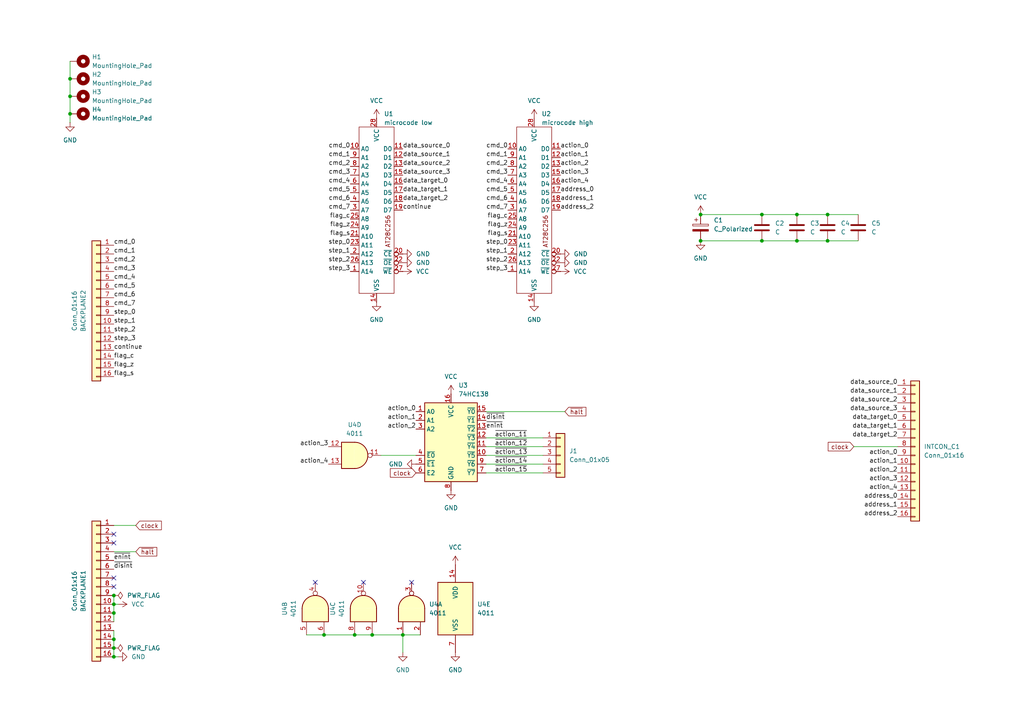
<source format=kicad_sch>
(kicad_sch (version 20250114) (generator "eeschema") (generator_version "9.0")
  (paper "A4")
  (title_block (title "PC-XX TEMPLATE") (rev "A"))
  (lib_symbols
    (symbol "4xxx:4011" (pin_names (offset 1.016))
      (property "Reference" "U" (at 0 1.27 0))
      (property "Value" "4011" (at 0 -1.27 0))
      (symbol "4011_1_1"
        (arc (start 0 3.81) (mid 3.7934 0) (end 0 -3.81) (stroke (width 0.254)) (fill (type background)))
        (polyline (pts (xy 0 3.81) (xy -3.81 3.81) (xy -3.81 -3.81) (xy 0 -3.81)) (stroke (width 0.254)) (fill (type background)))
        (pin input line (at -7.62 2.54 0) (length 3.81) (name "~") (number "1"))
        (pin input line (at -7.62 -2.54 0) (length 3.81) (name "~") (number "2"))
        (pin output inverted (at 7.62 0 180) (length 3.81) (name "~") (number "3"))
      )
      (symbol "4011_1_2"
        (arc (start -3.81 3.81) (mid -2.589 0) (end -3.81 -3.81) (stroke (width 0.254)))
        (polyline (pts (xy -3.81 3.81) (xy -0.635 3.81)) (stroke (width 0.254)) (fill (type background)))
        (polyline (pts (xy -3.81 -3.81) (xy -0.635 -3.81)) (stroke (width 0.254)) (fill (type background)))
        (arc (start 3.81 0) (mid 2.1855 -2.584) (end -0.6096 -3.81) (stroke (width 0.254)) (fill (type background)))
        (arc (start -0.6096 3.81) (mid 2.1928 2.5924) (end 3.81 0) (stroke (width 0.254)) (fill (type background)))
        (polyline (pts (xy -0.635 3.81) (xy -3.81 3.81) (xy -3.81 3.81) (xy -3.556 3.4036) (xy -3.0226 2.2606) (xy -2.6924 1.0414) (xy -2.6162 -0.254) (xy -2.7686 -1.4986) (xy -3.175 -2.7178) (xy -3.81 -3.81) (xy -3.81 -3.81) (xy -0.635 -3.81)) (stroke (width -25.4)) (fill (type background)))
        (pin input inverted (at -7.62 2.54 0) (length 4.318) (name "~") (number "1"))
        (pin input inverted (at -7.62 -2.54 0) (length 4.318) (name "~") (number "2"))
        (pin output line (at 7.62 0 180) (length 3.81) (name "~") (number "3"))
      )
      (symbol "4011_2_1"
        (arc (start 0 3.81) (mid 3.7934 0) (end 0 -3.81) (stroke (width 0.254)) (fill (type background)))
        (polyline (pts (xy 0 3.81) (xy -3.81 3.81) (xy -3.81 -3.81) (xy 0 -3.81)) (stroke (width 0.254)) (fill (type background)))
        (pin input line (at -7.62 2.54 0) (length 3.81) (name "~") (number "5"))
        (pin input line (at -7.62 -2.54 0) (length 3.81) (name "~") (number "6"))
        (pin output inverted (at 7.62 0 180) (length 3.81) (name "~") (number "4"))
      )
      (symbol "4011_2_2"
        (arc (start -3.81 3.81) (mid -2.589 0) (end -3.81 -3.81) (stroke (width 0.254)))
        (polyline (pts (xy -3.81 3.81) (xy -0.635 3.81)) (stroke (width 0.254)) (fill (type background)))
        (polyline (pts (xy -3.81 -3.81) (xy -0.635 -3.81)) (stroke (width 0.254)) (fill (type background)))
        (arc (start 3.81 0) (mid 2.1855 -2.584) (end -0.6096 -3.81) (stroke (width 0.254)) (fill (type background)))
        (arc (start -0.6096 3.81) (mid 2.1928 2.5924) (end 3.81 0) (stroke (width 0.254)) (fill (type background)))
        (polyline (pts (xy -0.635 3.81) (xy -3.81 3.81) (xy -3.81 3.81) (xy -3.556 3.4036) (xy -3.0226 2.2606) (xy -2.6924 1.0414) (xy -2.6162 -0.254) (xy -2.7686 -1.4986) (xy -3.175 -2.7178) (xy -3.81 -3.81) (xy -3.81 -3.81) (xy -0.635 -3.81)) (stroke (width -25.4)) (fill (type background)))
        (pin input inverted (at -7.62 2.54 0) (length 4.318) (name "~") (number "5"))
        (pin input inverted (at -7.62 -2.54 0) (length 4.318) (name "~") (number "6"))
        (pin output line (at 7.62 0 180) (length 3.81) (name "~") (number "4"))
      )
      (symbol "4011_3_1"
        (arc (start 0 3.81) (mid 3.7934 0) (end 0 -3.81) (stroke (width 0.254)) (fill (type background)))
        (polyline (pts (xy 0 3.81) (xy -3.81 3.81) (xy -3.81 -3.81) (xy 0 -3.81)) (stroke (width 0.254)) (fill (type background)))
        (pin input line (at -7.62 2.54 0) (length 3.81) (name "~") (number "8"))
        (pin input line (at -7.62 -2.54 0) (length 3.81) (name "~") (number "9"))
        (pin output inverted (at 7.62 0 180) (length 3.81) (name "~") (number "10"))
      )
      (symbol "4011_3_2"
        (arc (start -3.81 3.81) (mid -2.589 0) (end -3.81 -3.81) (stroke (width 0.254)))
        (polyline (pts (xy -3.81 3.81) (xy -0.635 3.81)) (stroke (width 0.254)) (fill (type background)))
        (polyline (pts (xy -3.81 -3.81) (xy -0.635 -3.81)) (stroke (width 0.254)) (fill (type background)))
        (arc (start 3.81 0) (mid 2.1855 -2.584) (end -0.6096 -3.81) (stroke (width 0.254)) (fill (type background)))
        (arc (start -0.6096 3.81) (mid 2.1928 2.5924) (end 3.81 0) (stroke (width 0.254)) (fill (type background)))
        (polyline (pts (xy -0.635 3.81) (xy -3.81 3.81) (xy -3.81 3.81) (xy -3.556 3.4036) (xy -3.0226 2.2606) (xy -2.6924 1.0414) (xy -2.6162 -0.254) (xy -2.7686 -1.4986) (xy -3.175 -2.7178) (xy -3.81 -3.81) (xy -3.81 -3.81) (xy -0.635 -3.81)) (stroke (width -25.4)) (fill (type background)))
        (pin input inverted (at -7.62 2.54 0) (length 4.318) (name "~") (number "8"))
        (pin input inverted (at -7.62 -2.54 0) (length 4.318) (name "~") (number "9"))
        (pin output line (at 7.62 0 180) (length 3.81) (name "~") (number "10"))
      )
      (symbol "4011_4_1"
        (arc (start 0 3.81) (mid 3.7934 0) (end 0 -3.81) (stroke (width 0.254)) (fill (type background)))
        (polyline (pts (xy 0 3.81) (xy -3.81 3.81) (xy -3.81 -3.81) (xy 0 -3.81)) (stroke (width 0.254)) (fill (type background)))
        (pin input line (at -7.62 2.54 0) (length 3.81) (name "~") (number "12"))
        (pin input line (at -7.62 -2.54 0) (length 3.81) (name "~") (number "13"))
        (pin output inverted (at 7.62 0 180) (length 3.81) (name "~") (number "11"))
      )
      (symbol "4011_4_2"
        (arc (start -3.81 3.81) (mid -2.589 0) (end -3.81 -3.81) (stroke (width 0.254)))
        (polyline (pts (xy -3.81 3.81) (xy -0.635 3.81)) (stroke (width 0.254)) (fill (type background)))
        (polyline (pts (xy -3.81 -3.81) (xy -0.635 -3.81)) (stroke (width 0.254)) (fill (type background)))
        (arc (start 3.81 0) (mid 2.1855 -2.584) (end -0.6096 -3.81) (stroke (width 0.254)) (fill (type background)))
        (arc (start -0.6096 3.81) (mid 2.1928 2.5924) (end 3.81 0) (stroke (width 0.254)) (fill (type background)))
        (polyline (pts (xy -0.635 3.81) (xy -3.81 3.81) (xy -3.81 3.81) (xy -3.556 3.4036) (xy -3.0226 2.2606) (xy -2.6924 1.0414) (xy -2.6162 -0.254) (xy -2.7686 -1.4986) (xy -3.175 -2.7178) (xy -3.81 -3.81) (xy -3.81 -3.81) (xy -0.635 -3.81)) (stroke (width -25.4)) (fill (type background)))
        (pin input inverted (at -7.62 2.54 0) (length 4.318) (name "~") (number "12"))
        (pin input inverted (at -7.62 -2.54 0) (length 4.318) (name "~") (number "13"))
        (pin output line (at 7.62 0 180) (length 3.81) (name "~") (number "11"))
      )
      (symbol "4011_5_0"
        (pin power_in line (at 0 12.7 270) (length 5.08) (name "VDD") (number "14"))
        (pin power_in line (at 0 -12.7 90) (length 5.08) (name "VSS") (number "7"))
      )
      (symbol "4011_5_1"
        (rectangle (start -5.08 7.62) (end 5.08 -7.62) (stroke (width 0.254)) (fill (type background)))
      )
    )
    (symbol "74xx:74HC138"
      (property "Reference" "U" (at -7.62 13.97 0))
      (property "Value" "74HC138" (at 2.54 -11.43 0))
      (symbol "74HC138_0_1"
        (rectangle (start -7.62 12.7) (end 7.62 -10.16) (stroke (width 0.254)) (fill (type background)))
      )
      (symbol "74HC138_1_1"
        (pin input line (at -10.16 10.16 0) (length 2.54) (name "A0") (number "1"))
        (pin input line (at -10.16 7.62 0) (length 2.54) (name "A1") (number "2"))
        (pin input line (at -10.16 5.08 0) (length 2.54) (name "A2") (number "3"))
        (pin input line (at -10.16 -2.54 0) (length 2.54) (name "~{E0}") (number "4"))
        (pin input line (at -10.16 -5.08 0) (length 2.54) (name "~{E1}") (number "5"))
        (pin input line (at -10.16 -7.62 0) (length 2.54) (name "E2") (number "6"))
        (pin power_in line (at 0 15.24 270) (length 2.54) (name "VCC") (number "16"))
        (pin power_in line (at 0 -12.7 90) (length 2.54) (name "GND") (number "8"))
        (pin output line (at 10.16 10.16 180) (length 2.54) (name "~{Y0}") (number "15"))
        (pin output line (at 10.16 7.62 180) (length 2.54) (name "~{Y1}") (number "14"))
        (pin output line (at 10.16 5.08 180) (length 2.54) (name "~{Y2}") (number "13"))
        (pin output line (at 10.16 2.54 180) (length 2.54) (name "~{Y3}") (number "12"))
        (pin output line (at 10.16 0 180) (length 2.54) (name "~{Y4}") (number "11"))
        (pin output line (at 10.16 -2.54 180) (length 2.54) (name "~{Y5}") (number "10"))
        (pin output line (at 10.16 -5.08 180) (length 2.54) (name "~{Y6}") (number "9"))
        (pin output line (at 10.16 -7.62 180) (length 2.54) (name "~{Y7}") (number "7"))
      )
    )
    (symbol "Connector_Generic:Conn_01x05" (pin_names (offset 1.016) (hide yes))
      (property "Reference" "J" (at 0 7.62 0))
      (property "Value" "Conn_01x05" (at 0 -7.62 0))
      (symbol "Conn_01x05_1_1"
        (rectangle (start -1.27 6.35) (end 1.27 -6.35) (stroke (width 0.254)) (fill (type background)))
        (rectangle (start -1.27 5.207) (end 0 4.953) (stroke (width 0.1524)))
        (rectangle (start -1.27 2.667) (end 0 2.413) (stroke (width 0.1524)))
        (rectangle (start -1.27 0.127) (end 0 -0.127) (stroke (width 0.1524)))
        (rectangle (start -1.27 -2.413) (end 0 -2.667) (stroke (width 0.1524)))
        (rectangle (start -1.27 -4.953) (end 0 -5.207) (stroke (width 0.1524)))
        (pin passive line (at -5.08 5.08 0) (length 3.81) (name "Pin_1") (number "1"))
        (pin passive line (at -5.08 2.54 0) (length 3.81) (name "Pin_2") (number "2"))
        (pin passive line (at -5.08 0 0) (length 3.81) (name "Pin_3") (number "3"))
        (pin passive line (at -5.08 -2.54 0) (length 3.81) (name "Pin_4") (number "4"))
        (pin passive line (at -5.08 -5.08 0) (length 3.81) (name "Pin_5") (number "5"))
      )
    )
    (symbol "Connector_Generic:Conn_01x16" (pin_names (offset 1.016) (hide yes))
      (property "Reference" "J" (at 0 20.32 0))
      (property "Value" "Conn_01x16" (at 0 -22.86 0))
      (symbol "Conn_01x16_1_1"
        (rectangle (start -1.27 19.05) (end 1.27 -21.59) (stroke (width 0.254)) (fill (type background)))
        (rectangle (start -1.27 17.907) (end 0 17.653) (stroke (width 0.1524)))
        (rectangle (start -1.27 15.367) (end 0 15.113) (stroke (width 0.1524)))
        (rectangle (start -1.27 12.827) (end 0 12.573) (stroke (width 0.1524)))
        (rectangle (start -1.27 10.287) (end 0 10.033) (stroke (width 0.1524)))
        (rectangle (start -1.27 7.747) (end 0 7.493) (stroke (width 0.1524)))
        (rectangle (start -1.27 5.207) (end 0 4.953) (stroke (width 0.1524)))
        (rectangle (start -1.27 2.667) (end 0 2.413) (stroke (width 0.1524)))
        (rectangle (start -1.27 0.127) (end 0 -0.127) (stroke (width 0.1524)))
        (rectangle (start -1.27 -2.413) (end 0 -2.667) (stroke (width 0.1524)))
        (rectangle (start -1.27 -4.953) (end 0 -5.207) (stroke (width 0.1524)))
        (rectangle (start -1.27 -7.493) (end 0 -7.747) (stroke (width 0.1524)))
        (rectangle (start -1.27 -10.033) (end 0 -10.287) (stroke (width 0.1524)))
        (rectangle (start -1.27 -12.573) (end 0 -12.827) (stroke (width 0.1524)))
        (rectangle (start -1.27 -15.113) (end 0 -15.367) (stroke (width 0.1524)))
        (rectangle (start -1.27 -17.653) (end 0 -17.907) (stroke (width 0.1524)))
        (rectangle (start -1.27 -20.193) (end 0 -20.447) (stroke (width 0.1524)))
        (pin passive line (at -5.08 17.78 0) (length 3.81) (name "Pin_1") (number "1"))
        (pin passive line (at -5.08 15.24 0) (length 3.81) (name "Pin_2") (number "2"))
        (pin passive line (at -5.08 12.7 0) (length 3.81) (name "Pin_3") (number "3"))
        (pin passive line (at -5.08 10.16 0) (length 3.81) (name "Pin_4") (number "4"))
        (pin passive line (at -5.08 7.62 0) (length 3.81) (name "Pin_5") (number "5"))
        (pin passive line (at -5.08 5.08 0) (length 3.81) (name "Pin_6") (number "6"))
        (pin passive line (at -5.08 2.54 0) (length 3.81) (name "Pin_7") (number "7"))
        (pin passive line (at -5.08 0 0) (length 3.81) (name "Pin_8") (number "8"))
        (pin passive line (at -5.08 -2.54 0) (length 3.81) (name "Pin_9") (number "9"))
        (pin passive line (at -5.08 -5.08 0) (length 3.81) (name "Pin_10") (number "10"))
        (pin passive line (at -5.08 -7.62 0) (length 3.81) (name "Pin_11") (number "11"))
        (pin passive line (at -5.08 -10.16 0) (length 3.81) (name "Pin_12") (number "12"))
        (pin passive line (at -5.08 -12.7 0) (length 3.81) (name "Pin_13") (number "13"))
        (pin passive line (at -5.08 -15.24 0) (length 3.81) (name "Pin_14") (number "14"))
        (pin passive line (at -5.08 -17.78 0) (length 3.81) (name "Pin_15") (number "15"))
        (pin passive line (at -5.08 -20.32 0) (length 3.81) (name "Pin_16") (number "16"))
      )
    )
    (symbol "Device:C" (pin_numbers (hide yes)) (pin_names (offset 0.254))
      (property "Reference" "C" (at 0.635 2.54 0))
      (property "Value" "C" (at 0.635 -2.54 0))
      (symbol "C_0_1"
        (polyline (pts (xy -2.032 0.762) (xy 2.032 0.762)) (stroke (width 0.508)))
        (polyline (pts (xy -2.032 -0.762) (xy 2.032 -0.762)) (stroke (width 0.508)))
      )
      (symbol "C_1_1"
        (pin passive line (at 0 3.81 270) (length 2.794) (name "~") (number "1"))
        (pin passive line (at 0 -3.81 90) (length 2.794) (name "~") (number "2"))
      )
    )
    (symbol "Device:C_Polarized" (pin_numbers (hide yes)) (pin_names (offset 0.254))
      (property "Reference" "C" (at 0.635 2.54 0))
      (property "Value" "C_Polarized" (at 0.635 -2.54 0))
      (symbol "C_Polarized_0_1"
        (rectangle (start -2.286 0.508) (end 2.286 1.016))
        (polyline (pts (xy -1.778 2.286) (xy -0.762 2.286)))
        (polyline (pts (xy -1.27 2.794) (xy -1.27 1.778)))
        (rectangle (start 2.286 -0.508) (end -2.286 -1.016) (fill (type outline)))
      )
      (symbol "C_Polarized_1_1"
        (pin passive line (at 0 3.81 270) (length 2.794) (name "~") (number "1"))
        (pin passive line (at 0 -3.81 90) (length 2.794) (name "~") (number "2"))
      )
    )
    (symbol "Mechanical:MountingHole_Pad" (pin_numbers (hide yes)) (pin_names (offset 1.016) (hide yes)) (exclude_from_sim yes) (in_bom no)
      (property "Reference" "H" (at 0 6.35 0))
      (property "Value" "MountingHole_Pad" (at 0 4.445 0))
      (symbol "MountingHole_Pad_0_1"
        (circle (center 0 1.27) (radius 1.27) (stroke (width 1.27)))
      )
      (symbol "MountingHole_Pad_1_1"
        (pin input line (at 0 -2.54 90) (length 2.54) (name "1") (number "1"))
      )
    )
    (symbol "customs:AT28C256"
      (property "Reference" "U" (at 0 0 0))
      (symbol "AT28C256_0_0"
        (pin input line (at -7.62 -11.43 0) (length 2.54) (name "A0") (number "10"))
        (pin input line (at -7.62 -13.97 0) (length 2.54) (name "A1") (number "9"))
        (pin input line (at -7.62 -16.51 0) (length 2.54) (name "A2") (number "8"))
        (pin input line (at -7.62 -19.05 0) (length 2.54) (name "A3") (number "7"))
        (pin input line (at -7.62 -21.59 0) (length 2.54) (name "A4") (number "6"))
        (pin input line (at -7.62 -24.13 0) (length 2.54) (name "A5") (number "5"))
        (pin input line (at -7.62 -26.67 0) (length 2.54) (name "A6") (number "4"))
        (pin input line (at -7.62 -29.21 0) (length 2.54) (name "A7") (number "3"))
        (pin input line (at -7.62 -31.75 0) (length 2.54) (name "A8") (number "25"))
        (pin input line (at -7.62 -34.29 0) (length 2.54) (name "A9") (number "24"))
        (pin input line (at -7.62 -36.83 0) (length 2.54) (name "A10") (number "21"))
        (pin input line (at -7.62 -39.37 0) (length 2.54) (name "A11") (number "23"))
        (pin input line (at -7.62 -41.91 0) (length 2.54) (name "A12") (number "2"))
        (pin power_in line (at 0 -2.54 270) (length 2.54) (name "VCC") (number "28"))
        (pin tri_state line (at 7.62 -11.43 180) (length 2.54) (name "D0") (number "11"))
        (pin tri_state line (at 7.62 -13.97 180) (length 2.54) (name "D1") (number "12"))
        (pin tri_state line (at 7.62 -16.51 180) (length 2.54) (name "D2") (number "13"))
        (pin tri_state line (at 7.62 -19.05 180) (length 2.54) (name "D3") (number "15"))
        (pin tri_state line (at 7.62 -21.59 180) (length 2.54) (name "D4") (number "16"))
        (pin tri_state line (at 7.62 -24.13 180) (length 2.54) (name "D5") (number "17"))
        (pin tri_state line (at 7.62 -26.67 180) (length 2.54) (name "D6") (number "18"))
        (pin tri_state line (at 7.62 -29.21 180) (length 2.54) (name "D7") (number "19"))
        (pin input inverted (at 7.62 -44.45 180) (length 2.54) (name "~{OE}") (number "22"))
        (pin input inverted (at 7.62 -46.99 180) (length 2.54) (name "~{WE}") (number "27"))
      )
      (symbol "AT28C256_0_1"
        (rectangle (start -5.08 -5.08) (end 5.08 -53.34))
      )
      (symbol "AT28C256_1_0"
        (pin input line (at -7.62 -44.45 0) (length 2.54) (name "A13") (number "26"))
        (pin input line (at -7.62 -46.99 0) (length 2.54) (name "A14") (number "1"))
        (pin power_in line (at 0 -55.88 90) (length 2.54) (name "VSS") (number "14"))
        (pin input inverted (at 7.62 -41.91 180) (length 2.54) (name "~{CE}") (number "20"))
      )
      (symbol "AT28C256_1_1"
        (text "AT28C256" (at 3.302 -35.306 900) (effects (font (size 1.27 1.27))))
      )
    )
    (symbol "power:GND" (power) (pin_numbers (hide yes)) (pin_names (offset 0) (hide yes))
      (property "Value" "GND" (at 0 -3.81 0))
      (symbol "GND_0_1"
        (polyline (pts (xy 0 0) (xy 0 -1.27) (xy 1.27 -1.27) (xy 0 -2.54) (xy -1.27 -1.27) (xy 0 -1.27)))
      )
      (symbol "GND_1_1"
        (pin power_in line (at 0 0 270) (length 0) (name "~") (number "1"))
      )
    )
    (symbol "power:PWR_FLAG" (power) (pin_numbers (hide yes)) (pin_names (offset 0) (hide yes))
      (property "Value" "PWR_FLAG" (at 0 3.81 0))
      (symbol "PWR_FLAG_0_0"
        (pin power_out line (at 0 0 90) (length 0) (name "~") (number "1"))
      )
      (symbol "PWR_FLAG_0_1"
        (polyline (pts (xy 0 0) (xy 0 1.27) (xy -1.016 1.905) (xy 0 2.54) (xy 1.016 1.905) (xy 0 1.27)))
      )
    )
    (symbol "power:VCC" (power) (pin_numbers (hide yes)) (pin_names (offset 0) (hide yes))
      (property "Value" "VCC" (at 0 3.556 0))
      (symbol "VCC_0_1"
        (polyline (pts (xy -0.762 1.27) (xy 0 2.54)))
        (polyline (pts (xy 0 2.54) (xy 0.762 1.27)))
        (polyline (pts (xy 0 0) (xy 0 2.54)))
      )
      (symbol "VCC_1_1"
        (pin power_in line (at 0 0 90) (length 0) (name "~") (number "1"))
      )
    )
  )
  (junction (at 231.14 69.85))
  (junction (at 33.02 187.96))
  (junction (at 33.02 175.26))
  (junction (at 240.03 69.85))
  (junction (at 220.98 69.85))
  (junction (at 33.02 190.5))
  (junction (at 102.87 184.15))
  (junction (at 20.32 33.02))
  (junction (at 20.32 27.94))
  (junction (at 33.02 172.72))
  (junction (at 240.03 62.23))
  (junction (at 116.84 184.15))
  (junction (at 33.02 177.8))
  (junction (at 203.2 69.85))
  (junction (at 107.95 184.15))
  (junction (at 33.02 185.42))
  (junction (at 203.2 62.23))
  (junction (at 231.14 62.23))
  (junction (at 20.32 22.86))
  (junction (at 93.98 184.15))
  (junction (at 220.98 62.23))
  (no_connect (at 33.02 157.48))
  (no_connect (at 33.02 154.94))
  (no_connect (at 33.02 170.18))
  (no_connect (at 33.02 167.64))
  (no_connect (at 105.41 168.91))
  (no_connect (at 91.44 168.91))
  (no_connect (at 119.38 168.91))
  (wire (pts (xy 231.14 69.85) (xy 240.03 69.85)))
  (wire (pts (xy 93.98 184.15) (xy 102.87 184.15)))
  (wire (pts (xy 33.02 182.88) (xy 33.02 185.42)))
  (wire (pts (xy 157.48 137.16) (xy 140.97 137.16)))
  (wire (pts (xy 163.83 119.38) (xy 140.97 119.38)))
  (wire (pts (xy 231.14 62.23) (xy 240.03 62.23)))
  (wire (pts (xy 34.29 190.5) (xy 33.02 190.5)))
  (wire (pts (xy 157.48 129.54) (xy 140.97 129.54)))
  (wire (pts (xy 20.32 27.94) (xy 20.32 33.02)))
  (wire (pts (xy 20.32 17.78) (xy 20.32 22.86)))
  (wire (pts (xy 33.02 177.8) (xy 33.02 180.34)))
  (wire (pts (xy 220.98 69.85) (xy 231.14 69.85)))
  (wire (pts (xy 157.48 132.08) (xy 140.97 132.08)))
  (wire (pts (xy 157.48 134.62) (xy 140.97 134.62)))
  (wire (pts (xy 107.95 184.15) (xy 116.84 184.15)))
  (wire (pts (xy 102.87 184.15) (xy 107.95 184.15)))
  (wire (pts (xy 39.37 152.4) (xy 33.02 152.4)))
  (wire (pts (xy 240.03 62.23) (xy 248.92 62.23)))
  (wire (pts (xy 247.65 129.54) (xy 260.35 129.54)))
  (wire (pts (xy 116.84 184.15) (xy 121.92 184.15)))
  (wire (pts (xy 33.02 175.26) (xy 33.02 172.72)))
  (wire (pts (xy 203.2 62.23) (xy 220.98 62.23)))
  (wire (pts (xy 33.02 185.42) (xy 33.02 187.96)))
  (wire (pts (xy 33.02 175.26) (xy 33.02 177.8)))
  (wire (pts (xy 220.98 62.23) (xy 231.14 62.23)))
  (wire (pts (xy 157.48 127) (xy 140.97 127)))
  (wire (pts (xy 203.2 69.85) (xy 220.98 69.85)))
  (wire (pts (xy 39.37 160.02) (xy 33.02 160.02)))
  (wire (pts (xy 240.03 69.85) (xy 248.92 69.85)))
  (wire (pts (xy 34.29 175.26) (xy 33.02 175.26)))
  (wire (pts (xy 33.02 187.96) (xy 33.02 190.5)))
  (wire (pts (xy 20.32 35.56) (xy 20.32 33.02)))
  (wire (pts (xy 88.9 184.15) (xy 93.98 184.15)))
  (wire (pts (xy 20.32 22.86) (xy 20.32 27.94)))
  (wire (pts (xy 116.84 184.15) (xy 116.84 189.23)))
  (wire (pts (xy 110.49 132.08) (xy 120.65 132.08)))
  (label "cmd_2" (at 101.6 48.26 180))
  (label "action_2" (at 162.56 48.26 0))
  (label "data_source_0" (at 260.35 111.76 180))
  (label "~{action_13}" (at 143.51 132.08 0))
  (label "cmd_7" (at 101.6 60.96 180))
  (label "action_3" (at 260.35 139.7 180))
  (label "action_4" (at 260.35 142.24 180))
  (label "cmd_3" (at 101.6 50.8 180))
  (label "cmd_4" (at 101.6 53.34 180))
  (label "flag_s" (at 147.32 68.58 180))
  (label "data_target_1" (at 116.84 55.88 0))
  (label "cmd_0" (at 147.32 43.18 180))
  (label "cmd_3" (at 33.02 78.74 0))
  (label "cmd_3" (at 147.32 50.8 180))
  (label "cmd_2" (at 147.32 48.26 180))
  (label "address_2" (at 162.56 60.96 0))
  (label "cmd_4" (at 147.32 53.34 180))
  (label "~{enint}" (at 140.97 124.46 0))
  (label "address_1" (at 260.35 147.32 180))
  (label "flag_s" (at 33.02 109.22 0))
  (label "cmd_5" (at 147.32 55.88 180))
  (label "data_source_2" (at 116.84 48.26 0))
  (label "cmd_1" (at 101.6 45.72 180))
  (label "~{enint}" (at 33.02 162.56 0))
  (label "cmd_0" (at 101.6 43.18 180))
  (label "data_source_2" (at 260.35 116.84 180))
  (label "cmd_6" (at 147.32 58.42 180))
  (label "action_2" (at 260.35 137.16 180))
  (label "~{disint}" (at 33.02 165.1 0))
  (label "action_4" (at 95.25 134.62 180))
  (label "cmd_6" (at 33.02 86.36 0))
  (label "cmd_0" (at 33.02 71.12 0))
  (label "flag_z" (at 101.6 66.04 180))
  (label "cmd_7" (at 147.32 60.96 180))
  (label "data_target_0" (at 260.35 121.92 180))
  (label "flag_z" (at 33.02 106.68 0))
  (label "action_0" (at 162.56 43.18 0))
  (label "address_2" (at 260.35 149.86 180))
  (label "data_target_1" (at 260.35 124.46 180))
  (label "data_source_3" (at 260.35 119.38 180))
  (label "~{action_11}" (at 143.51 127 0))
  (label "~{disint}" (at 140.97 121.92 0))
  (label "~{action_14}" (at 143.5101 134.62 0))
  (label "flag_s" (at 101.6 68.58 180))
  (label "continue" (at 116.84 60.96 0))
  (label "step_2" (at 147.32 76.2 180))
  (label "cmd_4" (at 33.02 81.28 0))
  (label "action_3" (at 95.25 129.54 180))
  (label "action_2" (at 120.65 124.46 180))
  (label "cmd_5" (at 33.02 83.82 0))
  (label "step_2" (at 101.6 76.2 180))
  (label "step_0" (at 147.32 71.12 180))
  (label "data_source_3" (at 116.84 50.8 0))
  (label "flag_c" (at 101.6 63.5 180))
  (label "step_3" (at 101.6 78.74 180))
  (label "action_1" (at 260.35 134.62 180))
  (label "action_0" (at 260.35 132.08 180))
  (label "cmd_6" (at 101.6 58.42 180))
  (label "action_0" (at 120.65 119.38 180))
  (label "step_0" (at 33.02 91.44 0))
  (label "data_source_0" (at 116.84 43.18 0))
  (label "step_1" (at 33.02 93.98 0))
  (label "step_0" (at 101.6 71.12 180))
  (label "cmd_1" (at 147.32 45.72 180))
  (label "flag_z" (at 147.32 66.04 180))
  (label "step_1" (at 101.6 73.66 180))
  (label "data_source_1" (at 260.35 114.3 180))
  (label "action_1" (at 162.56 45.72 0))
  (label "~{action_12}" (at 143.51 129.54 0))
  (label "cmd_1" (at 33.02 73.66 0))
  (label "data_target_0" (at 116.84 53.34 0))
  (label "flag_c" (at 147.32 63.5 180))
  (label "action_3" (at 162.56 50.8 0))
  (label "step_1" (at 147.32 73.66 180))
  (label "address_0" (at 162.56 55.88 0))
  (label "cmd_5" (at 101.6 55.88 180))
  (label "data_target_2" (at 116.84 58.42 0))
  (label "action_4" (at 162.56 53.34 0))
  (label "address_1" (at 162.56 58.42 0))
  (label "continue" (at 33.02 101.6 0))
  (label "data_target_2" (at 260.35 127 180))
  (label "step_3" (at 33.02 99.06 0))
  (label "address_0" (at 260.35 144.78 180))
  (label "cmd_7" (at 33.02 88.9 0))
  (label "~{action_15}" (at 143.51 137.16 0))
  (label "action_1" (at 120.65 121.92 180))
  (label "cmd_2" (at 33.02 76.2 0))
  (label "data_source_1" (at 116.84 45.72 0))
  (label "flag_c" (at 33.02 104.14 0))
  (label "step_2" (at 33.02 96.52 0))
  (label "step_3" (at 147.32 78.74 180))
  (global_label "clock" (shape input) (at 120.65 137.16 180) (property "Intersheetrefs" "${INTERSHEET_REFS}" (effects (hide yes))))
  (global_label "~{halt}" (shape input) (at 39.37 160.02 0) (property "Intersheetrefs" "${INTERSHEET_REFS}" (effects (hide yes))))
  (global_label "clock" (shape input) (at 247.65 129.54 180) (property "Intersheetrefs" "${INTERSHEET_REFS}" (effects (hide yes))))
  (global_label "clock" (shape input) (at 39.37 152.4 0) (property "Intersheetrefs" "${INTERSHEET_REFS}" (effects (hide yes))))
  (global_label "~{halt}" (shape input) (at 163.83 119.38 0) (property "Intersheetrefs" "${INTERSHEET_REFS}" (effects (hide yes))))
  (symbol (lib_id "power:GND") (at 34.29 190.5 90) (mirror x) (unit 1)
    (property "Reference" "#PWR024" (effects (hide yes)))
    (property "Value" "GND" (at 38.1 190.4999 90) (effects (justify right)))
    (property "Description" "Power symbol creates a global label with name \"GND\" , ground" (effects (hide yes)))
  )
  (symbol (lib_id "power:GND") (at 162.56 73.66 90) (unit 1)
    (property "Reference" "#PWR07" (effects (hide yes)))
    (property "Value" "GND" (at 166.37 73.6599 90) (effects (justify right)))
    (property "Description" "Power symbol creates a global label with name \"GND\" , ground" (effects (hide yes)))
  )
  (symbol (lib_id "power:GND") (at 120.65 134.62 270) (unit 1)
    (property "Reference" "#PWR014" (effects (hide yes)))
    (property "Value" "GND" (at 116.84 134.6199 90) (effects (justify right)))
    (property "Description" "Power symbol creates a global label with name \"GND\" , ground" (effects (hide yes)))
  )
  (symbol (lib_id "4xxx:4011") (at 105.41 176.53 90) (unit 3)
    (property "Reference" "U4" (at 96.52 176.5383 0))
    (property "Value" "4011" (at 99.06 176.5383 0))
    (property "Footprint" "Package_DIP:DIP-14_W7.62mm" (effects (hide yes)))
    (property "Datasheet" "http://www.intersil.com/content/dam/Intersil/documents/cd40/cd4011bms-12bms-23bms.pdf" (effects (hide yes)))
    (property "Description" "Quad Nand 2 inputs" (effects (hide yes)))
  )
  (symbol (lib_id "power:GND") (at 154.94 87.63 0) (unit 1)
    (property "Reference" "#PWR04" (effects (hide yes)))
    (property "Value" "GND" (at 154.94 92.71 0))
    (property "Description" "Power symbol creates a global label with name \"GND\" , ground" (effects (hide yes)))
  )
  (symbol (lib_id "power:GND") (at 116.84 73.66 90) (unit 1)
    (property "Reference" "#PWR05" (effects (hide yes)))
    (property "Value" "GND" (at 120.65 73.6599 90) (effects (justify right)))
    (property "Description" "Power symbol creates a global label with name \"GND\" , ground" (effects (hide yes)))
  )
  (symbol (lib_id "4xxx:4011") (at 132.08 176.53 0) (unit 5)
    (property "Reference" "U4" (at 138.43 175.2599 0) (effects (justify left)))
    (property "Value" "4011" (at 138.43 177.7999 0) (effects (justify left)))
    (property "Footprint" "Package_DIP:DIP-14_W7.62mm" (effects (hide yes)))
    (property "Datasheet" "http://www.intersil.com/content/dam/Intersil/documents/cd40/cd4011bms-12bms-23bms.pdf" (effects (hide yes)))
    (property "Description" "Quad Nand 2 inputs" (effects (hide yes)))
  )
  (symbol (lib_id "power:VCC") (at 162.56 78.74 270) (unit 1)
    (property "Reference" "#PWR010" (effects (hide yes)))
    (property "Value" "VCC" (at 166.37 78.7399 90) (effects (justify left)))
    (property "Description" "Power symbol creates a global label with name \"VCC\"" (effects (hide yes)))
  )
  (symbol (lib_id "power:VCC") (at 116.84 78.74 270) (unit 1)
    (property "Reference" "#PWR09" (effects (hide yes)))
    (property "Value" "VCC" (at 120.65 78.7399 90) (effects (justify left)))
    (property "Description" "Power symbol creates a global label with name \"VCC\"" (effects (hide yes)))
  )
  (symbol (lib_id "power:VCC") (at 203.2 62.23 0) (unit 1)
    (property "Reference" "#PWR035" (effects (hide yes)))
    (property "Value" "VCC" (at 203.2 57.15 0))
    (property "Description" "Power symbol creates a global label with name \"VCC\"" (effects (hide yes)))
  )
  (symbol (lib_id "power:GND") (at 109.22 87.63 0) (unit 1)
    (property "Reference" "#PWR03" (effects (hide yes)))
    (property "Value" "GND" (at 109.22 92.71 0))
    (property "Description" "Power symbol creates a global label with name \"GND\" , ground" (effects (hide yes)))
  )
  (symbol (lib_id "power:VCC") (at 109.22 34.29 0) (unit 1)
    (property "Reference" "#PWR01" (effects (hide yes)))
    (property "Value" "VCC" (at 109.22 29.21 0))
    (property "Description" "Power symbol creates a global label with name \"VCC\"" (effects (hide yes)))
  )
  (symbol (lib_id "power:VCC") (at 34.29 175.26 270) (mirror x) (unit 1)
    (property "Reference" "#PWR023" (effects (hide yes)))
    (property "Value" "VCC" (at 38.1 175.2599 90) (effects (justify left)))
    (property "Description" "Power symbol creates a global label with name \"VCC\"" (effects (hide yes)))
  )
  (symbol (lib_id "power:GND") (at 116.84 76.2 90) (unit 1)
    (property "Reference" "#PWR06" (effects (hide yes)))
    (property "Value" "GND" (at 120.65 76.1999 90) (effects (justify right)))
    (property "Description" "Power symbol creates a global label with name \"GND\" , ground" (effects (hide yes)))
  )
  (symbol (lib_id "Mechanical:MountingHole_Pad") (at 22.86 22.86 270) (unit 1) (exclude_from_sim yes) (in_bom no)
    (property "Reference" "H2" (at 26.67 21.5899 90) (effects (justify left)))
    (property "Value" "MountingHole_Pad" (at 26.67 24.1299 90) (effects (justify left)))
    (property "Footprint" "MountingHole:MountingHole_3.2mm_M3_Pad_Via" (effects (hide yes)))
    (property "Description" "Mounting Hole with connection" (effects (hide yes)))
  )
  (symbol (lib_id "power:GND") (at 116.84 189.23 0) (unit 1)
    (property "Reference" "#PWR017" (effects (hide yes)))
    (property "Value" "GND" (at 116.84 194.31 0))
    (property "Description" "Power symbol creates a global label with name \"GND\" , ground" (effects (hide yes)))
  )
  (symbol (lib_id "4xxx:4011") (at 119.38 176.53 90) (unit 1)
    (property "Reference" "U4" (at 124.46 175.2682 90) (effects (justify right)))
    (property "Value" "4011" (at 124.46 177.8082 90) (effects (justify right)))
    (property "Footprint" "Package_DIP:DIP-14_W7.62mm" (effects (hide yes)))
    (property "Datasheet" "http://www.intersil.com/content/dam/Intersil/documents/cd40/cd4011bms-12bms-23bms.pdf" (effects (hide yes)))
    (property "Description" "Quad Nand 2 inputs" (effects (hide yes)))
  )
  (symbol (lib_id "Mechanical:MountingHole_Pad") (at 22.86 17.78 270) (unit 1) (exclude_from_sim yes) (in_bom no)
    (property "Reference" "H1" (at 26.67 16.5099 90) (effects (justify left)))
    (property "Value" "MountingHole_Pad" (at 26.67 19.0499 90) (effects (justify left)))
    (property "Footprint" "MountingHole:MountingHole_3.2mm_M3_Pad_Via" (effects (hide yes)))
    (property "Description" "Mounting Hole with connection" (effects (hide yes)))
  )
  (symbol (lib_id "power:VCC") (at 154.94 34.29 0) (unit 1)
    (property "Reference" "#PWR02" (effects (hide yes)))
    (property "Value" "VCC" (at 154.94 29.21 0))
    (property "Description" "Power symbol creates a global label with name \"VCC\"" (effects (hide yes)))
  )
  (symbol (lib_id "Connector_Generic:Conn_01x16") (at 27.94 88.9 0) (mirror y) (unit 1)
    (property "Reference" "BACKPLANE2" (at 24.13 90.17 90))
    (property "Value" "Conn_01x16" (at 21.59 90.17 90))
    (property "Footprint" "Connector_IDC:IDC-Header_2x08_P2.54mm_Horizontal" (effects (hide yes)))
    (property "Description" "Generic connector, single row, 01x16, script generated (kicad-library-utils/schlib/autogen/connector/)" (effects (hide yes)))
  )
  (symbol (lib_id "Device:C") (at 220.98 66.04 0) (unit 1)
    (property "Reference" "C2" (at 224.79 64.7699 0) (effects (justify left)))
    (property "Value" "C" (at 224.79 67.3099 0) (effects (justify left)))
    (property "Footprint" "Capacitor_SMD:C_0603_1608Metric" (effects (hide yes)))
    (property "Description" "Unpolarized capacitor" (effects (hide yes)))
  )
  (symbol (lib_id "power:GND") (at 20.32 35.56 0) (unit 1)
    (property "Reference" "#PWR013" (effects (hide yes)))
    (property "Value" "GND" (at 20.32 40.64 0))
    (property "Description" "Power symbol creates a global label with name \"GND\" , ground" (effects (hide yes)))
  )
  (symbol (lib_id "power:GND") (at 162.56 76.2 90) (unit 1)
    (property "Reference" "#PWR08" (effects (hide yes)))
    (property "Value" "GND" (at 166.37 76.1999 90) (effects (justify right)))
    (property "Description" "Power symbol creates a global label with name \"GND\" , ground" (effects (hide yes)))
  )
  (symbol (lib_id "power:GND") (at 132.08 189.23 0) (unit 1)
    (property "Reference" "#PWR015" (effects (hide yes)))
    (property "Value" "GND" (at 132.08 194.31 0))
    (property "Description" "Power symbol creates a global label with name \"GND\" , ground" (effects (hide yes)))
  )
  (symbol (lib_id "Mechanical:MountingHole_Pad") (at 22.86 27.94 270) (unit 1) (exclude_from_sim yes) (in_bom no)
    (property "Reference" "H3" (at 26.67 26.6699 90) (effects (justify left)))
    (property "Value" "MountingHole_Pad" (at 26.67 29.2099 90) (effects (justify left)))
    (property "Footprint" "MountingHole:MountingHole_3.2mm_M3_Pad_Via" (effects (hide yes)))
    (property "Description" "Mounting Hole with connection" (effects (hide yes)))
  )
  (symbol (lib_id "Connector_Generic:Conn_01x16") (at 265.43 129.54 0) (unit 1)
    (property "Reference" "INTCON_C1" (at 267.97 129.5399 0) (effects (justify left)))
    (property "Value" "Conn_01x16" (at 267.97 132.0799 0) (effects (justify left)))
    (property "Footprint" "Connector_IDC:IDC-Header_2x08_P2.54mm_Horizontal" (effects (hide yes)))
    (property "Description" "Generic connector, single row, 01x16, script generated (kicad-library-utils/schlib/autogen/connector/)" (effects (hide yes)))
  )
  (symbol (lib_id "power:GND") (at 203.2 69.85 0) (unit 1)
    (property "Reference" "#PWR036" (effects (hide yes)))
    (property "Value" "GND" (at 203.2 74.93 0))
    (property "Description" "Power symbol creates a global label with name \"GND\" , ground" (effects (hide yes)))
  )
  (symbol (lib_id "customs:AT28C256") (at 109.22 31.75 0) (unit 1)
    (property "Reference" "U1" (at 111.3633 33.02 0) (effects (justify left)))
    (property "Value" "microcode low" (at 111.3633 35.56 0) (effects (justify left)))
    (property "Footprint" "customs:DIP-28_600_ELL" (effects (hide yes)))
  )
  (symbol (lib_id "4xxx:4011") (at 91.44 176.53 90) (unit 2)
    (property "Reference" "U4" (at 82.55 176.5383 0))
    (property "Value" "4011" (at 85.09 176.5383 0))
    (property "Footprint" "Package_DIP:DIP-14_W7.62mm" (effects (hide yes)))
    (property "Datasheet" "http://www.intersil.com/content/dam/Intersil/documents/cd40/cd4011bms-12bms-23bms.pdf" (effects (hide yes)))
    (property "Description" "Quad Nand 2 inputs" (effects (hide yes)))
  )
  (symbol (lib_id "customs:AT28C256") (at 154.94 31.75 0) (unit 1)
    (property "Reference" "U2" (at 157.0833 33.02 0) (effects (justify left)))
    (property "Value" "microcode high" (at 157.0833 35.56 0) (effects (justify left)))
    (property "Footprint" "customs:DIP-28_600_ELL" (effects (hide yes)))
  )
  (symbol (lib_id "4xxx:4011") (at 102.87 132.08 0) (unit 4)
    (property "Reference" "U4" (at 102.8617 123.19 0))
    (property "Value" "4011" (at 102.8617 125.73 0))
    (property "Footprint" "Package_DIP:DIP-14_W7.62mm" (effects (hide yes)))
    (property "Datasheet" "http://www.intersil.com/content/dam/Intersil/documents/cd40/cd4011bms-12bms-23bms.pdf" (effects (hide yes)))
    (property "Description" "Quad Nand 2 inputs" (effects (hide yes)))
  )
  (symbol (lib_id "power:PWR_FLAG") (at 33.02 187.96 270) (mirror x) (unit 1)
    (property "Reference" "#FLG04" (effects (hide yes)))
    (property "Value" "PWR_FLAG" (at 36.83 187.9599 90) (effects (justify left)))
    (property "Description" "Special symbol for telling ERC where power comes from" (effects (hide yes)))
  )
  (symbol (lib_id "Connector_Generic:Conn_01x05") (at 162.56 132.08 0) (unit 1)
    (property "Reference" "J1" (at 165.1 130.8099 0) (effects (justify left)))
    (property "Value" "Conn_01x05" (at 165.1 133.3499 0) (effects (justify left)))
    (property "Footprint" "Connector_PinHeader_2.54mm:PinHeader_1x05_P2.54mm_Vertical" (effects (hide yes)))
    (property "Description" "Generic connector, single row, 01x05, script generated (kicad-library-utils/schlib/autogen/connector/)" (effects (hide yes)))
  )
  (symbol (lib_id "Device:C") (at 240.03 66.04 0) (unit 1)
    (property "Reference" "C4" (at 243.84 64.7699 0) (effects (justify left)))
    (property "Value" "C" (at 243.84 67.3099 0) (effects (justify left)))
    (property "Footprint" "Capacitor_SMD:C_0603_1608Metric" (effects (hide yes)))
    (property "Description" "Unpolarized capacitor" (effects (hide yes)))
  )
  (symbol (lib_id "Mechanical:MountingHole_Pad") (at 22.86 33.02 270) (unit 1) (exclude_from_sim yes) (in_bom no)
    (property "Reference" "H4" (at 26.67 31.7499 90) (effects (justify left)))
    (property "Value" "MountingHole_Pad" (at 26.67 34.2899 90) (effects (justify left)))
    (property "Footprint" "MountingHole:MountingHole_3.2mm_M3_Pad_Via" (effects (hide yes)))
    (property "Description" "Mounting Hole with connection" (effects (hide yes)))
  )
  (symbol (lib_id "power:VCC") (at 130.81 114.3 0) (unit 1)
    (property "Reference" "#PWR011" (effects (hide yes)))
    (property "Value" "VCC" (at 130.81 109.22 0))
    (property "Description" "Power symbol creates a global label with name \"VCC\"" (effects (hide yes)))
  )
  (symbol (lib_id "74xx:74HC138") (at 130.81 129.54 0) (unit 1)
    (property "Reference" "U3" (at 132.9533 111.76 0) (effects (justify left)))
    (property "Value" "74HC138" (at 132.9533 114.3 0) (effects (justify left)))
    (property "Footprint" "Package_DIP:DIP-16_W7.62mm" (effects (hide yes)))
    (property "Datasheet" "http://www.ti.com/lit/ds/symlink/cd74hc238.pdf" (effects (hide yes)))
    (property "Description" "3-to-8 line decoder/multiplexer inverting, DIP-16/SOIC-16/SSOP-16" (effects (hide yes)))
  )
  (symbol (lib_id "Connector_Generic:Conn_01x16") (at 27.94 170.18 0) (mirror y) (unit 1)
    (property "Reference" "BACKPLANE1" (at 24.13 171.45 90))
    (property "Value" "Conn_01x16" (at 21.59 171.45 90))
    (property "Footprint" "Connector_IDC:IDC-Header_2x08_P2.54mm_Horizontal" (effects (hide yes)))
    (property "Description" "Generic connector, single row, 01x16, script generated (kicad-library-utils/schlib/autogen/connector/)" (effects (hide yes)))
  )
  (symbol (lib_id "Device:C") (at 231.14 66.04 0) (unit 1)
    (property "Reference" "C3" (at 234.95 64.7699 0) (effects (justify left)))
    (property "Value" "C" (at 234.95 67.3099 0) (effects (justify left)))
    (property "Footprint" "Capacitor_SMD:C_0603_1608Metric" (effects (hide yes)))
    (property "Description" "Unpolarized capacitor" (effects (hide yes)))
  )
  (symbol (lib_id "power:GND") (at 130.81 142.24 0) (unit 1)
    (property "Reference" "#PWR012" (effects (hide yes)))
    (property "Value" "GND" (at 130.81 147.32 0))
    (property "Description" "Power symbol creates a global label with name \"GND\" , ground" (effects (hide yes)))
  )
  (symbol (lib_id "power:VCC") (at 132.08 163.83 0) (unit 1)
    (property "Reference" "#PWR016" (effects (hide yes)))
    (property "Value" "VCC" (at 132.08 158.75 0))
    (property "Description" "Power symbol creates a global label with name \"VCC\"" (effects (hide yes)))
  )
  (symbol (lib_id "Device:C_Polarized") (at 203.2 66.04 0) (unit 1)
    (property "Reference" "C1" (at 207.01 63.8809 0) (effects (justify left)))
    (property "Value" "C_Polarized" (at 207.01 66.4209 0) (effects (justify left)))
    (property "Footprint" "Capacitor_SMD:CP_Elec_5x5.3" (effects (hide yes)))
    (property "Description" "Polarized capacitor" (effects (hide yes)))
  )
  (symbol (lib_id "Device:C") (at 248.92 66.04 0) (unit 1)
    (property "Reference" "C5" (at 252.73 64.7699 0) (effects (justify left)))
    (property "Value" "C" (at 252.73 67.3099 0) (effects (justify left)))
    (property "Footprint" "Capacitor_SMD:C_0603_1608Metric" (effects (hide yes)))
    (property "Description" "Unpolarized capacitor" (effects (hide yes)))
  )
  (symbol (lib_id "power:PWR_FLAG") (at 33.02 172.72 270) (mirror x) (unit 1)
    (property "Reference" "#FLG03" (effects (hide yes)))
    (property "Value" "PWR_FLAG" (at 36.83 172.7199 90) (effects (justify left)))
    (property "Description" "Special symbol for telling ERC where power comes from" (effects (hide yes)))
  )
)
</source>
